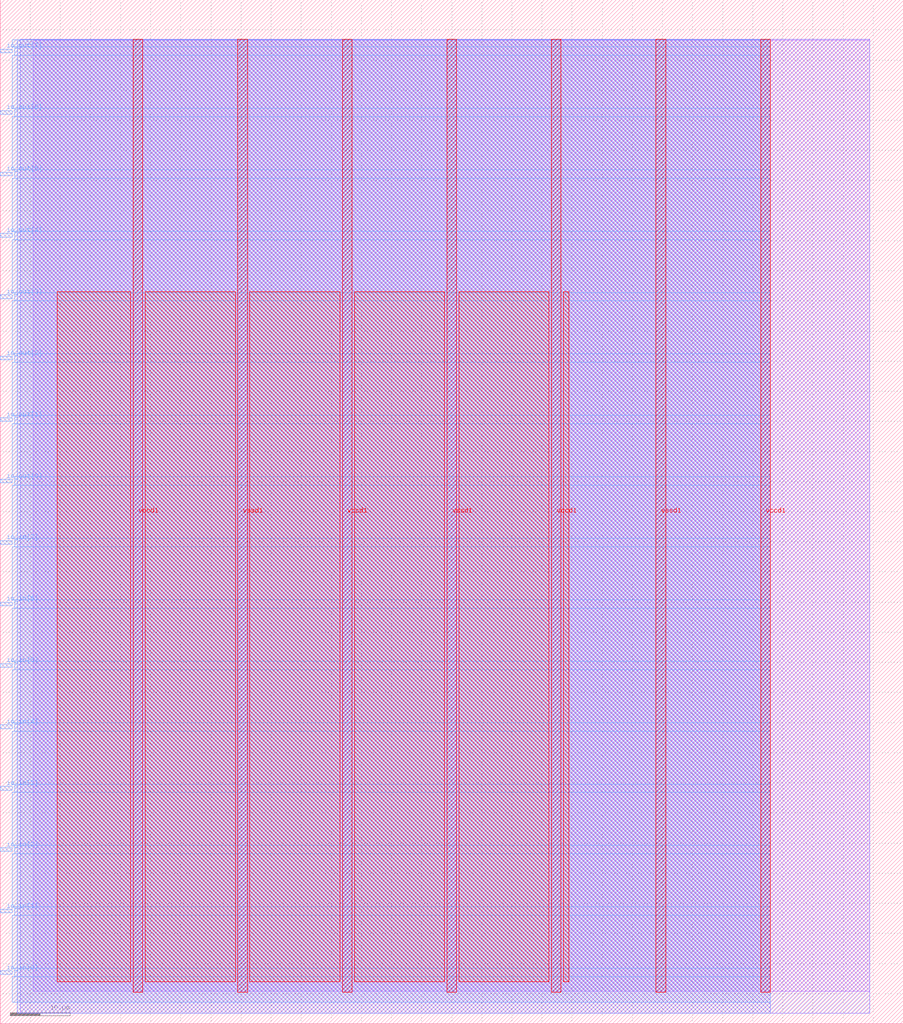
<source format=lef>
VERSION 5.7 ;
  NOWIREEXTENSIONATPIN ON ;
  DIVIDERCHAR "/" ;
  BUSBITCHARS "[]" ;
MACRO aidan_McCoy
  CLASS BLOCK ;
  FOREIGN aidan_McCoy ;
  ORIGIN 0.000 0.000 ;
  SIZE 150.000 BY 170.000 ;
  PIN io_in[0]
    DIRECTION INPUT ;
    USE SIGNAL ;
    PORT
      LAYER met3 ;
        RECT 0.000 8.200 2.000 8.800 ;
    END
  END io_in[0]
  PIN io_in[1]
    DIRECTION INPUT ;
    USE SIGNAL ;
    PORT
      LAYER met3 ;
        RECT 0.000 18.400 2.000 19.000 ;
    END
  END io_in[1]
  PIN io_in[2]
    DIRECTION INPUT ;
    USE SIGNAL ;
    PORT
      LAYER met3 ;
        RECT 0.000 28.600 2.000 29.200 ;
    END
  END io_in[2]
  PIN io_in[3]
    DIRECTION INPUT ;
    USE SIGNAL ;
    PORT
      LAYER met3 ;
        RECT 0.000 38.800 2.000 39.400 ;
    END
  END io_in[3]
  PIN io_in[4]
    DIRECTION INPUT ;
    USE SIGNAL ;
    PORT
      LAYER met3 ;
        RECT 0.000 49.000 2.000 49.600 ;
    END
  END io_in[4]
  PIN io_in[5]
    DIRECTION INPUT ;
    USE SIGNAL ;
    PORT
      LAYER met3 ;
        RECT 0.000 59.200 2.000 59.800 ;
    END
  END io_in[5]
  PIN io_in[6]
    DIRECTION INPUT ;
    USE SIGNAL ;
    PORT
      LAYER met3 ;
        RECT 0.000 69.400 2.000 70.000 ;
    END
  END io_in[6]
  PIN io_in[7]
    DIRECTION INPUT ;
    USE SIGNAL ;
    PORT
      LAYER met3 ;
        RECT 0.000 79.600 2.000 80.200 ;
    END
  END io_in[7]
  PIN io_out[0]
    DIRECTION OUTPUT TRISTATE ;
    USE SIGNAL ;
    PORT
      LAYER met3 ;
        RECT 0.000 89.800 2.000 90.400 ;
    END
  END io_out[0]
  PIN io_out[1]
    DIRECTION OUTPUT TRISTATE ;
    USE SIGNAL ;
    PORT
      LAYER met3 ;
        RECT 0.000 100.000 2.000 100.600 ;
    END
  END io_out[1]
  PIN io_out[2]
    DIRECTION OUTPUT TRISTATE ;
    USE SIGNAL ;
    PORT
      LAYER met3 ;
        RECT 0.000 110.200 2.000 110.800 ;
    END
  END io_out[2]
  PIN io_out[3]
    DIRECTION OUTPUT TRISTATE ;
    USE SIGNAL ;
    PORT
      LAYER met3 ;
        RECT 0.000 120.400 2.000 121.000 ;
    END
  END io_out[3]
  PIN io_out[4]
    DIRECTION OUTPUT TRISTATE ;
    USE SIGNAL ;
    PORT
      LAYER met3 ;
        RECT 0.000 130.600 2.000 131.200 ;
    END
  END io_out[4]
  PIN io_out[5]
    DIRECTION OUTPUT TRISTATE ;
    USE SIGNAL ;
    PORT
      LAYER met3 ;
        RECT 0.000 140.800 2.000 141.400 ;
    END
  END io_out[5]
  PIN io_out[6]
    DIRECTION OUTPUT TRISTATE ;
    USE SIGNAL ;
    PORT
      LAYER met3 ;
        RECT 0.000 151.000 2.000 151.600 ;
    END
  END io_out[6]
  PIN io_out[7]
    DIRECTION OUTPUT TRISTATE ;
    USE SIGNAL ;
    PORT
      LAYER met3 ;
        RECT 0.000 161.200 2.000 161.800 ;
    END
  END io_out[7]
  PIN vccd1
    DIRECTION INOUT ;
    USE POWER ;
    PORT
      LAYER met4 ;
        RECT 22.090 5.200 23.690 163.440 ;
    END
    PORT
      LAYER met4 ;
        RECT 56.830 5.200 58.430 163.440 ;
    END
    PORT
      LAYER met4 ;
        RECT 91.570 5.200 93.170 163.440 ;
    END
    PORT
      LAYER met4 ;
        RECT 126.310 5.200 127.910 163.440 ;
    END
  END vccd1
  PIN vssd1
    DIRECTION INOUT ;
    USE GROUND ;
    PORT
      LAYER met4 ;
        RECT 39.460 5.200 41.060 163.440 ;
    END
    PORT
      LAYER met4 ;
        RECT 74.200 5.200 75.800 163.440 ;
    END
    PORT
      LAYER met4 ;
        RECT 108.940 5.200 110.540 163.440 ;
    END
  END vssd1
  OBS
      LAYER li1 ;
        RECT 5.520 5.355 144.440 163.285 ;
      LAYER met1 ;
        RECT 3.290 1.740 144.440 163.440 ;
      LAYER met2 ;
        RECT 2.850 1.710 127.880 163.385 ;
      LAYER met3 ;
        RECT 2.000 162.200 127.900 163.365 ;
        RECT 2.400 160.800 127.900 162.200 ;
        RECT 2.000 152.000 127.900 160.800 ;
        RECT 2.400 150.600 127.900 152.000 ;
        RECT 2.000 141.800 127.900 150.600 ;
        RECT 2.400 140.400 127.900 141.800 ;
        RECT 2.000 131.600 127.900 140.400 ;
        RECT 2.400 130.200 127.900 131.600 ;
        RECT 2.000 121.400 127.900 130.200 ;
        RECT 2.400 120.000 127.900 121.400 ;
        RECT 2.000 111.200 127.900 120.000 ;
        RECT 2.400 109.800 127.900 111.200 ;
        RECT 2.000 101.000 127.900 109.800 ;
        RECT 2.400 99.600 127.900 101.000 ;
        RECT 2.000 90.800 127.900 99.600 ;
        RECT 2.400 89.400 127.900 90.800 ;
        RECT 2.000 80.600 127.900 89.400 ;
        RECT 2.400 79.200 127.900 80.600 ;
        RECT 2.000 70.400 127.900 79.200 ;
        RECT 2.400 69.000 127.900 70.400 ;
        RECT 2.000 60.200 127.900 69.000 ;
        RECT 2.400 58.800 127.900 60.200 ;
        RECT 2.000 50.000 127.900 58.800 ;
        RECT 2.400 48.600 127.900 50.000 ;
        RECT 2.000 39.800 127.900 48.600 ;
        RECT 2.400 38.400 127.900 39.800 ;
        RECT 2.000 29.600 127.900 38.400 ;
        RECT 2.400 28.200 127.900 29.600 ;
        RECT 2.000 19.400 127.900 28.200 ;
        RECT 2.400 18.000 127.900 19.400 ;
        RECT 2.000 9.200 127.900 18.000 ;
        RECT 2.400 7.800 127.900 9.200 ;
        RECT 2.000 3.575 127.900 7.800 ;
      LAYER met4 ;
        RECT 9.495 6.975 21.690 121.545 ;
        RECT 24.090 6.975 39.060 121.545 ;
        RECT 41.460 6.975 56.430 121.545 ;
        RECT 58.830 6.975 73.800 121.545 ;
        RECT 76.200 6.975 91.170 121.545 ;
        RECT 93.570 6.975 94.465 121.545 ;
  END
END aidan_McCoy
END LIBRARY


</source>
